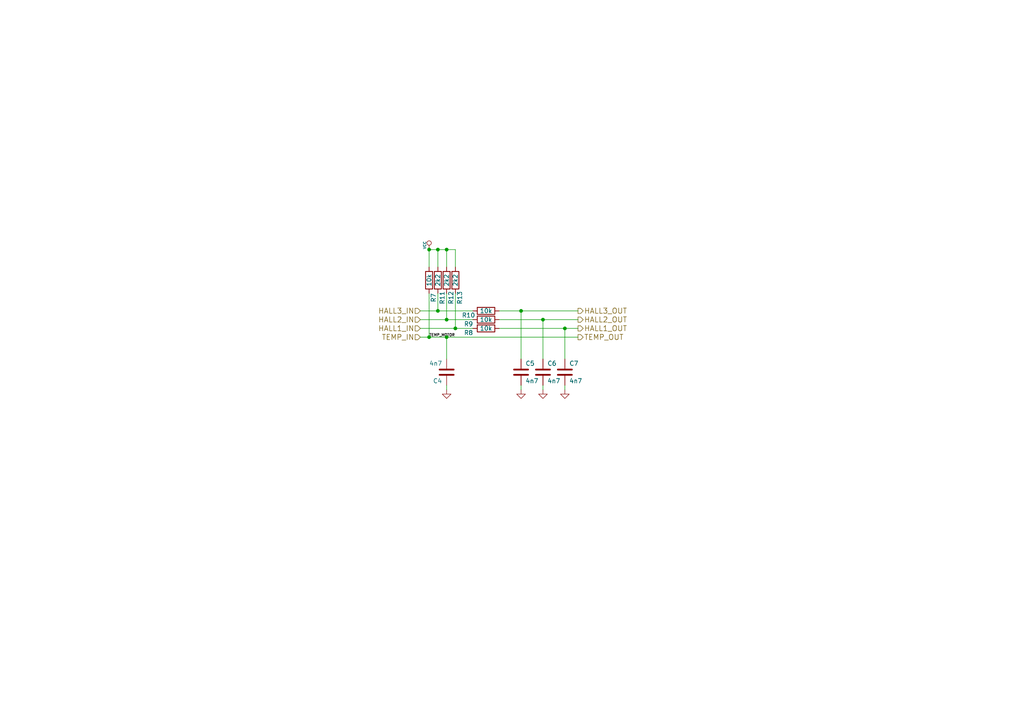
<source format=kicad_sch>
(kicad_sch (version 20230121) (generator eeschema)
  (paper "A4")
  (title_block (title "VESC-R Motor Driver") (date "2017-04-19") (rev "4.13") (company "University of Saskatchewan Space Design Team"))
  (lib_symbols
    (symbol "VESC-R-rescue:C" (pin_numbers hide) (pin_names (offset 0.254))
      (property "Reference" "C" (at 0.635 2.54 0))
      (property "Value" "C" (at 0.635 -2.54 0))
      (symbol "C_0_1"
        (polyline (pts (xy -2.032 -0.762) (xy 2.032 -0.762)) (stroke (width 0.508)))
        (polyline (pts (xy -2.032 0.762) (xy 2.032 0.762)) (stroke (width 0.508)))
      )
      (symbol "C_1_1"
        (pin passive line (at 0 3.81 270) (length 2.794) (name "~") (number "1"))
        (pin passive line (at 0 -3.81 90) (length 2.794) (name "~") (number "2"))
      )
    )
    (symbol "VESC-R-rescue:GNDD" (power) (pin_names (offset 0))
      (property "Value" "GNDD" (at 0 -3.81 0))
      (symbol "GNDD_0_1"
        (polyline (pts (xy 0 0) (xy 0 -1.27) (xy 1.27 -1.27) (xy 0 -2.54) (xy -1.27 -1.27) (xy 0 -1.27)))
      )
      (symbol "GNDD_1_1"
        (pin power_in line (at 0 0 270) (length 0) hide (name "GNDD") (number "1"))
      )
    )
    (symbol "VESC-R-rescue:R" (pin_numbers hide) (pin_names (offset 0))
      (property "Reference" "R" (at 2.032 0 90))
      (property "Value" "R" (at 0 0 90))
      (symbol "R_0_1"
        (rectangle (start -1.016 -2.54) (end 1.016 2.54) (stroke (width 0.254)))
      )
      (symbol "R_1_1"
        (pin passive line (at 0 3.81 270) (length 1.27) (name "~") (number "1"))
        (pin passive line (at 0 -3.81 90) (length 1.27) (name "~") (number "2"))
      )
    )
    (symbol "VESC-R-rescue:VCC" (power) (pin_names (offset 0))
      (property "Value" "VCC" (at 0 3.81 0))
      (symbol "VCC_0_1"
        (polyline (pts (xy 0 0) (xy 0 1.27)))
        (circle (center 0 1.905) (radius 0.635))
      )
      (symbol "VCC_1_1"
        (pin power_in line (at 0 0 90) (length 0) hide (name "VCC") (number "1"))
      )
    )
  )
  (junction (at 129.54 72.39))
  (junction (at 151.13 90.17))
  (junction (at 132.08 95.25))
  (junction (at 129.54 92.71))
  (junction (at 157.48 92.71))
  (junction (at 127 90.17))
  (junction (at 124.46 72.39))
  (junction (at 129.54 97.79))
  (junction (at 163.83 95.25))
  (junction (at 127 72.39))
  (junction (at 124.46 97.79))
  (wire (pts (xy 163.83 95.25) (xy 163.83 104.14)))
  (wire (pts (xy 144.78 90.17) (xy 151.13 90.17)))
  (wire (pts (xy 127 90.17) (xy 137.16 90.17)))
  (wire (pts (xy 124.46 85.09) (xy 124.46 97.79)))
  (wire (pts (xy 157.48 92.71) (xy 157.48 104.14)))
  (wire (pts (xy 129.54 72.39) (xy 129.54 77.47)))
  (wire (pts (xy 144.78 92.71) (xy 157.48 92.71)))
  (wire (pts (xy 163.83 111.76) (xy 163.83 113.03)))
  (wire (pts (xy 144.78 95.25) (xy 163.83 95.25)))
  (wire (pts (xy 129.54 72.39) (xy 132.08 72.39)))
  (wire (pts (xy 124.46 72.39) (xy 127 72.39)))
  (wire (pts (xy 132.08 72.39) (xy 132.08 77.47)))
  (wire (pts (xy 124.46 72.39) (xy 124.46 77.47)))
  (wire (pts (xy 129.54 85.09) (xy 129.54 92.71)))
  (wire (pts (xy 157.48 111.76) (xy 157.48 113.03)))
  (wire (pts (xy 121.92 92.71) (xy 129.54 92.71)))
  (wire (pts (xy 129.54 111.76) (xy 129.54 113.03)))
  (wire (pts (xy 129.54 92.71) (xy 137.16 92.71)))
  (wire (pts (xy 129.54 97.79) (xy 167.64 97.79)))
  (wire (pts (xy 151.13 90.17) (xy 151.13 104.14)))
  (wire (pts (xy 157.48 92.71) (xy 167.64 92.71)))
  (wire (pts (xy 151.13 111.76) (xy 151.13 113.03)))
  (wire (pts (xy 151.13 90.17) (xy 167.64 90.17)))
  (wire (pts (xy 121.92 90.17) (xy 127 90.17)))
  (wire (pts (xy 127 72.39) (xy 127 77.47)))
  (wire (pts (xy 129.54 97.79) (xy 129.54 104.14)))
  (wire (pts (xy 124.46 97.79) (xy 129.54 97.79)))
  (wire (pts (xy 127 72.39) (xy 129.54 72.39)))
  (wire (pts (xy 132.08 85.09) (xy 132.08 95.25)))
  (wire (pts (xy 132.08 95.25) (xy 137.16 95.25)))
  (wire (pts (xy 121.92 95.25) (xy 132.08 95.25)))
  (wire (pts (xy 163.83 95.25) (xy 167.64 95.25)))
  (wire (pts (xy 127 85.09) (xy 127 90.17)))
  (wire (pts (xy 121.92 97.79) (xy 124.46 97.79)))
  (label "TEMP_MOTOR" (at 124.46 97.79 0) (effects (font (size 0.762 0.762))))
  (hierarchical_label "HALL1_OUT" (shape output) (at 167.64 95.25 0) (effects (font (size 1.524 1.524))))
  (hierarchical_label "TEMP_OUT" (shape output) (at 167.64 97.79 0) (effects (font (size 1.524 1.524))))
  (hierarchical_label "HALL3_OUT" (shape output) (at 167.64 90.17 0) (effects (font (size 1.524 1.524))))
  (hierarchical_label "HALL2_IN" (shape input) (at 121.92 92.71 180) (effects (font (size 1.524 1.524))))
  (hierarchical_label "TEMP_IN" (shape input) (at 121.92 97.79 180) (effects (font (size 1.524 1.524))))
  (hierarchical_label "HALL3_IN" (shape input) (at 121.92 90.17 180) (effects (font (size 1.524 1.524))))
  (hierarchical_label "HALL1_IN" (shape input) (at 121.92 95.25 180) (effects (font (size 1.524 1.524))))
  (hierarchical_label "HALL2_OUT" (shape output) (at 167.64 92.71 0) (effects (font (size 1.524 1.524))))
  (symbol (lib_id "VESC-R-rescue:R") (at 124.46 81.28 180) (unit 1)
    (property "Reference" "R7" (at 125.73 86.36 90))
    (property "Value" "10k" (at 124.46 81.28 90))
    (property "Footprint" "Resistors_SMD:R_0805" (effects hide))
  )
  (symbol (lib_id "VESC-R-rescue:R") (at 140.97 95.25 90) (unit 1)
    (property "Reference" "R8" (at 135.89 96.52 90))
    (property "Value" "10k" (at 140.97 95.25 90))
    (property "Footprint" "Resistors_SMD:R_0805" (effects hide))
  )
  (symbol (lib_id "VESC-R-rescue:R") (at 140.97 92.71 90) (unit 1)
    (property "Reference" "R9" (at 135.89 93.98 90))
    (property "Value" "10k" (at 140.97 92.71 90))
    (property "Footprint" "Resistors_SMD:R_0805" (effects hide))
  )
  (symbol (lib_id "VESC-R-rescue:R") (at 140.97 90.17 90) (unit 1)
    (property "Reference" "R10" (at 135.89 91.44 90))
    (property "Value" "10k" (at 140.97 90.17 90))
    (property "Footprint" "Resistors_SMD:R_0805" (effects hide))
  )
  (symbol (lib_id "VESC-R-rescue:C") (at 151.13 107.95 0) (unit 1)
    (property "Reference" "C5" (at 152.4 105.41 0) (effects (justify left)))
    (property "Value" "4n7" (at 152.4 110.49 0) (effects (justify left)))
    (property "Footprint" "Capacitors_SMD:C_0805" (effects hide))
  )
  (symbol (lib_id "VESC-R-rescue:C") (at 157.48 107.95 0) (unit 1)
    (property "Reference" "C6" (at 158.75 105.41 0) (effects (justify left)))
    (property "Value" "4n7" (at 158.75 110.49 0) (effects (justify left)))
    (property "Footprint" "Capacitors_SMD:C_0805" (effects hide))
  )
  (symbol (lib_id "VESC-R-rescue:C") (at 163.83 107.95 0) (unit 1)
    (property "Reference" "C7" (at 165.1 105.41 0) (effects (justify left)))
    (property "Value" "4n7" (at 165.1 110.49 0) (effects (justify left)))
    (property "Footprint" "Capacitors_SMD:C_0805" (effects hide))
  )
  (symbol (lib_id "VESC-R-rescue:GNDD") (at 151.13 113.03 0) (unit 1)
    (property "Reference" "#PWR022" (effects hide))
    (property "Value" "GNDD" (effects hide))
  )
  (symbol (lib_id "VESC-R-rescue:R") (at 127 81.28 180) (unit 1)
    (property "Reference" "R11" (at 128.27 86.36 90))
    (property "Value" "2k2" (at 127 81.28 90))
    (property "Footprint" "Resistors_SMD:R_0805" (effects hide))
  )
  (symbol (lib_id "VESC-R-rescue:R") (at 129.54 81.28 180) (unit 1)
    (property "Reference" "R12" (at 130.81 86.36 90))
    (property "Value" "2k2" (at 129.54 81.28 90))
    (property "Footprint" "Resistors_SMD:R_0805" (effects hide))
  )
  (symbol (lib_id "VESC-R-rescue:R") (at 132.08 81.28 180) (unit 1)
    (property "Reference" "R13" (at 133.35 86.36 90))
    (property "Value" "2k2" (at 132.08 81.28 90))
    (property "Footprint" "Resistors_SMD:R_0805" (effects hide))
  )
  (symbol (lib_id "VESC-R-rescue:C") (at 129.54 107.95 180) (unit 1)
    (property "Reference" "C4" (at 128.27 110.49 0) (effects (justify left)))
    (property "Value" "4n7" (at 128.27 105.41 0) (effects (justify left)))
    (property "Footprint" "Capacitors_SMD:C_0805" (effects hide))
  )
  (symbol (lib_id "VESC-R-rescue:GNDD") (at 129.54 113.03 0) (unit 1)
    (property "Reference" "#PWR023" (effects hide))
    (property "Value" "GNDD" (effects hide))
  )
  (symbol (lib_id "VESC-R-rescue:VCC") (at 124.46 72.39 0) (unit 1)
    (property "Reference" "#PWR024" (effects hide))
    (property "Value" "VCC" (at 123.19 71.12 90) (effects (font (size 0.762 0.762))))
  )
  (symbol (lib_id "VESC-R-rescue:GNDD") (at 157.48 113.03 0) (unit 1)
    (property "Reference" "#PWR025" (effects hide))
    (property "Value" "GNDD" (effects hide))
  )
  (symbol (lib_id "VESC-R-rescue:GNDD") (at 163.83 113.03 0) (unit 1)
    (property "Reference" "#PWR026" (effects hide))
    (property "Value" "GNDD" (effects hide))
  )
)
</source>
